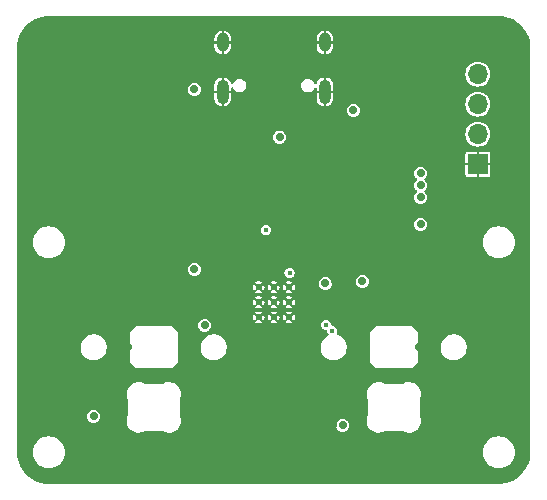
<source format=gbr>
%TF.GenerationSoftware,KiCad,Pcbnew,7.0.8*%
%TF.CreationDate,2023-10-17T23:27:51+01:00*%
%TF.ProjectId,MoonPad,4d6f6f6e-5061-4642-9e6b-696361645f70,rev?*%
%TF.SameCoordinates,Original*%
%TF.FileFunction,Copper,L2,Inr*%
%TF.FilePolarity,Positive*%
%FSLAX46Y46*%
G04 Gerber Fmt 4.6, Leading zero omitted, Abs format (unit mm)*
G04 Created by KiCad (PCBNEW 7.0.8) date 2023-10-17 23:27:51*
%MOMM*%
%LPD*%
G01*
G04 APERTURE LIST*
%TA.AperFunction,ComponentPad*%
%ADD10O,1.000000X2.100000*%
%TD*%
%TA.AperFunction,ComponentPad*%
%ADD11O,1.000000X1.600000*%
%TD*%
%TA.AperFunction,ComponentPad*%
%ADD12C,0.600000*%
%TD*%
%TA.AperFunction,ComponentPad*%
%ADD13R,1.700000X1.700000*%
%TD*%
%TA.AperFunction,ComponentPad*%
%ADD14O,1.700000X1.700000*%
%TD*%
%TA.AperFunction,ViaPad*%
%ADD15C,0.700000*%
%TD*%
%TA.AperFunction,ViaPad*%
%ADD16C,0.450000*%
%TD*%
G04 APERTURE END LIST*
D10*
%TO.N,GND*%
%TO.C,J3*%
X150370000Y-83775000D03*
D11*
X150370000Y-79595000D03*
D10*
X141730000Y-83775000D03*
D11*
X141730000Y-79595000D03*
%TD*%
D12*
%TO.N,GND*%
%TO.C,U3*%
X144775000Y-100325000D03*
X144775000Y-101600000D03*
X144775000Y-102875000D03*
X146050000Y-100325000D03*
X146050000Y-101600000D03*
X146050000Y-102875000D03*
X147325000Y-100325000D03*
X147325000Y-101600000D03*
X147325000Y-102875000D03*
%TD*%
D13*
%TO.N,GND*%
%TO.C,J1*%
X163322000Y-89906000D03*
D14*
%TO.N,+3V3*%
X163322000Y-87366000D03*
%TO.N,/OLED_SCL*%
X163322000Y-84826000D03*
%TO.N,/OLED_SDA*%
X163322000Y-82286000D03*
%TD*%
D15*
%TO.N,GND*%
X150672800Y-94640400D03*
X152654000Y-91694000D03*
X158496002Y-93979996D03*
X149606000Y-108077000D03*
X140716000Y-101600000D03*
X133731000Y-105410000D03*
X151384000Y-101628000D03*
X143383000Y-88517000D03*
X152340000Y-109740000D03*
X150361766Y-106639174D03*
X147701000Y-88517000D03*
X133618000Y-85330000D03*
X158482000Y-83580000D03*
X134021102Y-90272001D03*
X130810000Y-110363000D03*
X152654000Y-90678000D03*
X148463000Y-111633000D03*
X153670000Y-90678000D03*
X133618000Y-100570000D03*
X144653000Y-91948000D03*
X153670000Y-91694000D03*
X139446000Y-105283000D03*
X134021102Y-93827998D03*
X149656800Y-94640400D03*
X145669000Y-91948000D03*
X142621000Y-91948000D03*
X157510000Y-97947000D03*
X139319000Y-84455000D03*
X140462000Y-96870700D03*
X153543002Y-102362000D03*
X138490000Y-108894135D03*
X144542000Y-88016098D03*
X156921200Y-103174800D03*
X140490000Y-99921000D03*
X151260257Y-99821309D03*
X138463100Y-97075125D03*
X139920380Y-102731120D03*
X158810000Y-108894135D03*
X148640800Y-94640400D03*
X152781000Y-84455000D03*
X152654000Y-107061000D03*
X151040097Y-112014000D03*
X144554000Y-106426000D03*
X143637000Y-91948000D03*
X158369000Y-105410000D03*
X139319000Y-107188000D03*
D16*
%TO.N,+1V1*%
X145392072Y-95460376D03*
X147387960Y-99112040D03*
D15*
%TO.N,ADC_X*%
X150426900Y-99998100D03*
X140208000Y-103533000D03*
D16*
%TO.N,/OLED_SCL*%
X150495000Y-103505000D03*
%TO.N,/OLED_SDA*%
X151003000Y-104002018D03*
D15*
%TO.N,+5V*%
X139319000Y-83566000D03*
X158496000Y-91694000D03*
X151892000Y-112014000D03*
X146542000Y-87614000D03*
X158496000Y-94995996D03*
X153543001Y-99822001D03*
X139319000Y-98806000D03*
X158496000Y-92710000D03*
X152781000Y-85344000D03*
X130810000Y-111252000D03*
X158496001Y-90678000D03*
%TD*%
%TA.AperFunction,Conductor*%
%TO.N,GND*%
G36*
X165101385Y-77335577D02*
G01*
X165396688Y-77352161D01*
X165402175Y-77352780D01*
X165692402Y-77402091D01*
X165697785Y-77403319D01*
X165980662Y-77484815D01*
X165985897Y-77486647D01*
X166111584Y-77538708D01*
X166257853Y-77599295D01*
X166262853Y-77601702D01*
X166520492Y-77744094D01*
X166525185Y-77747043D01*
X166765259Y-77917385D01*
X166769588Y-77920837D01*
X166989088Y-78116994D01*
X166993005Y-78120911D01*
X167189160Y-78340409D01*
X167192619Y-78344747D01*
X167362954Y-78584811D01*
X167365910Y-78589515D01*
X167508294Y-78847141D01*
X167510704Y-78852146D01*
X167623350Y-79124096D01*
X167625185Y-79129340D01*
X167706676Y-79412198D01*
X167707910Y-79417610D01*
X167721060Y-79494999D01*
X167757217Y-79707808D01*
X167757838Y-79713328D01*
X167774422Y-80008608D01*
X167774500Y-80011384D01*
X167774500Y-114298615D01*
X167774422Y-114301391D01*
X167757838Y-114596671D01*
X167757217Y-114602191D01*
X167707912Y-114892384D01*
X167706676Y-114897801D01*
X167625185Y-115180659D01*
X167623350Y-115185903D01*
X167510704Y-115457853D01*
X167508294Y-115462858D01*
X167365910Y-115720484D01*
X167362954Y-115725188D01*
X167192619Y-115965252D01*
X167189156Y-115969595D01*
X166993011Y-116189082D01*
X166989082Y-116193011D01*
X166769595Y-116389156D01*
X166765252Y-116392619D01*
X166525188Y-116562954D01*
X166520484Y-116565910D01*
X166262858Y-116708294D01*
X166257853Y-116710704D01*
X165985903Y-116823350D01*
X165980659Y-116825185D01*
X165697801Y-116906676D01*
X165692385Y-116907911D01*
X165559990Y-116930406D01*
X165402191Y-116957217D01*
X165396671Y-116957838D01*
X165144812Y-116971983D01*
X165101385Y-116974422D01*
X165098616Y-116974500D01*
X127001384Y-116974500D01*
X126998614Y-116974422D01*
X126953030Y-116971862D01*
X126703328Y-116957838D01*
X126697808Y-116957217D01*
X126407610Y-116907910D01*
X126402201Y-116906676D01*
X126317271Y-116882208D01*
X126119340Y-116825185D01*
X126114096Y-116823350D01*
X125842146Y-116710704D01*
X125837141Y-116708294D01*
X125579515Y-116565910D01*
X125574811Y-116562954D01*
X125334747Y-116392619D01*
X125330409Y-116389160D01*
X125110911Y-116193005D01*
X125106994Y-116189088D01*
X124910837Y-115969588D01*
X124907385Y-115965259D01*
X124737043Y-115725185D01*
X124734094Y-115720492D01*
X124591702Y-115462853D01*
X124589295Y-115457853D01*
X124539855Y-115338495D01*
X124476647Y-115185897D01*
X124474814Y-115180659D01*
X124472147Y-115171401D01*
X124393319Y-114897785D01*
X124392091Y-114892402D01*
X124342780Y-114602175D01*
X124342161Y-114596688D01*
X124325577Y-114301386D01*
X124325539Y-114300004D01*
X125644341Y-114300004D01*
X125664935Y-114535400D01*
X125726098Y-114763667D01*
X125825959Y-114977818D01*
X125825963Y-114977826D01*
X125825964Y-114977828D01*
X125825965Y-114977829D01*
X125961505Y-115171401D01*
X126128599Y-115338495D01*
X126322171Y-115474035D01*
X126322172Y-115474035D01*
X126322173Y-115474036D01*
X126322181Y-115474040D01*
X126536333Y-115573901D01*
X126536337Y-115573903D01*
X126764592Y-115635063D01*
X126764596Y-115635063D01*
X126764599Y-115635064D01*
X126941028Y-115650500D01*
X126941034Y-115650500D01*
X127058972Y-115650500D01*
X127235400Y-115635064D01*
X127235401Y-115635063D01*
X127235408Y-115635063D01*
X127463663Y-115573903D01*
X127677829Y-115474035D01*
X127871401Y-115338495D01*
X128038495Y-115171401D01*
X128174035Y-114977830D01*
X128273903Y-114763663D01*
X128335063Y-114535408D01*
X128339861Y-114480566D01*
X128355659Y-114300004D01*
X163744341Y-114300004D01*
X163764935Y-114535400D01*
X163826098Y-114763667D01*
X163925959Y-114977818D01*
X163925963Y-114977826D01*
X163925964Y-114977828D01*
X163925965Y-114977829D01*
X164061505Y-115171401D01*
X164228599Y-115338495D01*
X164422171Y-115474035D01*
X164422172Y-115474035D01*
X164422173Y-115474036D01*
X164422181Y-115474040D01*
X164636333Y-115573901D01*
X164636337Y-115573903D01*
X164864592Y-115635063D01*
X164864596Y-115635063D01*
X164864599Y-115635064D01*
X165041028Y-115650500D01*
X165041034Y-115650500D01*
X165158972Y-115650500D01*
X165335400Y-115635064D01*
X165335401Y-115635063D01*
X165335408Y-115635063D01*
X165563663Y-115573903D01*
X165777829Y-115474035D01*
X165971401Y-115338495D01*
X166138495Y-115171401D01*
X166274035Y-114977830D01*
X166373903Y-114763663D01*
X166435063Y-114535408D01*
X166439861Y-114480566D01*
X166455659Y-114300004D01*
X166455659Y-114299995D01*
X166435064Y-114064599D01*
X166435063Y-114064596D01*
X166435063Y-114064592D01*
X166373903Y-113836337D01*
X166274035Y-113622171D01*
X166138495Y-113428599D01*
X165971401Y-113261505D01*
X165971397Y-113261502D01*
X165971396Y-113261501D01*
X165777826Y-113125963D01*
X165777818Y-113125959D01*
X165563666Y-113026098D01*
X165563667Y-113026098D01*
X165487578Y-113005710D01*
X165335408Y-112964937D01*
X165335407Y-112964936D01*
X165335400Y-112964935D01*
X165158972Y-112949500D01*
X165158966Y-112949500D01*
X165041034Y-112949500D01*
X165041028Y-112949500D01*
X164864599Y-112964935D01*
X164636332Y-113026098D01*
X164422181Y-113125959D01*
X164422173Y-113125963D01*
X164228603Y-113261501D01*
X164061501Y-113428603D01*
X163925964Y-113622171D01*
X163826097Y-113836337D01*
X163764935Y-114064599D01*
X163744341Y-114299995D01*
X163744341Y-114300004D01*
X128355659Y-114300004D01*
X128355659Y-114299995D01*
X128335064Y-114064599D01*
X128335063Y-114064596D01*
X128335063Y-114064592D01*
X128273903Y-113836337D01*
X128174035Y-113622171D01*
X128038495Y-113428599D01*
X127871401Y-113261505D01*
X127871397Y-113261502D01*
X127871396Y-113261501D01*
X127677826Y-113125963D01*
X127677818Y-113125959D01*
X127463666Y-113026098D01*
X127463667Y-113026098D01*
X127387578Y-113005710D01*
X127235408Y-112964937D01*
X127235407Y-112964936D01*
X127235400Y-112964935D01*
X127058972Y-112949500D01*
X127058966Y-112949500D01*
X126941034Y-112949500D01*
X126941028Y-112949500D01*
X126764599Y-112964935D01*
X126536332Y-113026098D01*
X126322181Y-113125959D01*
X126322173Y-113125963D01*
X126128603Y-113261501D01*
X125961501Y-113428603D01*
X125825964Y-113622171D01*
X125726097Y-113836337D01*
X125664935Y-114064599D01*
X125644341Y-114299995D01*
X125644341Y-114300004D01*
X124325539Y-114300004D01*
X124325500Y-114298615D01*
X124325500Y-111252000D01*
X130254750Y-111252000D01*
X130273669Y-111395708D01*
X130273670Y-111395709D01*
X130312518Y-111489499D01*
X130329139Y-111529625D01*
X130417379Y-111644621D01*
X130532375Y-111732861D01*
X130666291Y-111788330D01*
X130810000Y-111807250D01*
X130953709Y-111788330D01*
X131087625Y-111732861D01*
X131202621Y-111644621D01*
X131211534Y-111633005D01*
X133586463Y-111633005D01*
X133604219Y-111814744D01*
X133604221Y-111814753D01*
X133654577Y-111990257D01*
X133654580Y-111990264D01*
X133735882Y-112153769D01*
X133845438Y-112299855D01*
X133845441Y-112299857D01*
X133845443Y-112299860D01*
X133979625Y-112423692D01*
X133979627Y-112423693D01*
X133979630Y-112423696D01*
X134134023Y-112521198D01*
X134303515Y-112589142D01*
X134303518Y-112589142D01*
X134303519Y-112589143D01*
X134338284Y-112596162D01*
X134482506Y-112625281D01*
X134644795Y-112628073D01*
X134665081Y-112628422D01*
X134665081Y-112628421D01*
X134665082Y-112628422D01*
X134845210Y-112598460D01*
X135016938Y-112536386D01*
X135035551Y-112525538D01*
X135036616Y-112525008D01*
X135038867Y-112523692D01*
X135038870Y-112523692D01*
X135072536Y-112504022D01*
X135122486Y-112490502D01*
X135161392Y-112490506D01*
X135161393Y-112490505D01*
X135164567Y-112490506D01*
X135164682Y-112490499D01*
X136615276Y-112490499D01*
X136615374Y-112490505D01*
X136618606Y-112490504D01*
X136618608Y-112490505D01*
X136657510Y-112490501D01*
X136707459Y-112504019D01*
X136736863Y-112521198D01*
X136743145Y-112524868D01*
X136744740Y-112525663D01*
X136757725Y-112533229D01*
X136763078Y-112536349D01*
X136801757Y-112550330D01*
X136934788Y-112598416D01*
X136934791Y-112598416D01*
X136934800Y-112598420D01*
X137114921Y-112628381D01*
X137297489Y-112625240D01*
X137476473Y-112589103D01*
X137645958Y-112521162D01*
X137800345Y-112423664D01*
X137859983Y-112368625D01*
X137934526Y-112299833D01*
X137934529Y-112299830D01*
X137934529Y-112299829D01*
X137934531Y-112299828D01*
X138044083Y-112153748D01*
X138113572Y-112014000D01*
X151336750Y-112014000D01*
X151355669Y-112157708D01*
X151355670Y-112157709D01*
X151411139Y-112291625D01*
X151499379Y-112406621D01*
X151614375Y-112494861D01*
X151748291Y-112550330D01*
X151892000Y-112569250D01*
X152035709Y-112550330D01*
X152169625Y-112494861D01*
X152284621Y-112406621D01*
X152372861Y-112291625D01*
X152428330Y-112157709D01*
X152447250Y-112014000D01*
X152428330Y-111870291D01*
X152372861Y-111736375D01*
X152293542Y-111633005D01*
X153906463Y-111633005D01*
X153924219Y-111814744D01*
X153924221Y-111814753D01*
X153974577Y-111990257D01*
X153974580Y-111990264D01*
X154055882Y-112153769D01*
X154165438Y-112299855D01*
X154165441Y-112299857D01*
X154165443Y-112299860D01*
X154299625Y-112423692D01*
X154299627Y-112423693D01*
X154299630Y-112423696D01*
X154454023Y-112521198D01*
X154623515Y-112589142D01*
X154623518Y-112589142D01*
X154623519Y-112589143D01*
X154658284Y-112596162D01*
X154802506Y-112625281D01*
X154964795Y-112628073D01*
X154985081Y-112628422D01*
X154985081Y-112628421D01*
X154985082Y-112628422D01*
X155165210Y-112598460D01*
X155336938Y-112536386D01*
X155355551Y-112525538D01*
X155356616Y-112525008D01*
X155358867Y-112523692D01*
X155358870Y-112523692D01*
X155392536Y-112504022D01*
X155442486Y-112490502D01*
X155481392Y-112490506D01*
X155481393Y-112490505D01*
X155484567Y-112490506D01*
X155484682Y-112490499D01*
X156935276Y-112490499D01*
X156935374Y-112490505D01*
X156938606Y-112490504D01*
X156938608Y-112490505D01*
X156977510Y-112490501D01*
X157027459Y-112504019D01*
X157056863Y-112521198D01*
X157063145Y-112524868D01*
X157064740Y-112525663D01*
X157077725Y-112533229D01*
X157083078Y-112536349D01*
X157121757Y-112550330D01*
X157254788Y-112598416D01*
X157254791Y-112598416D01*
X157254800Y-112598420D01*
X157434921Y-112628381D01*
X157617489Y-112625240D01*
X157796473Y-112589103D01*
X157965958Y-112521162D01*
X158120345Y-112423664D01*
X158179983Y-112368625D01*
X158254526Y-112299833D01*
X158254529Y-112299830D01*
X158254529Y-112299829D01*
X158254531Y-112299828D01*
X158364083Y-112153748D01*
X158445382Y-111990250D01*
X158495741Y-111814736D01*
X158513496Y-111633006D01*
X158498060Y-111451064D01*
X158449944Y-111274922D01*
X158440618Y-111255489D01*
X158440071Y-111254131D01*
X158427795Y-111228641D01*
X158420305Y-111213089D01*
X158410501Y-111170123D01*
X158410507Y-111127008D01*
X158410506Y-111127006D01*
X158410507Y-111123831D01*
X158410499Y-111123700D01*
X158410499Y-109809890D01*
X158420245Y-109767057D01*
X158424106Y-109759011D01*
X158428331Y-109750234D01*
X158439019Y-109728040D01*
X158439019Y-109728035D01*
X158440231Y-109725520D01*
X158440508Y-109724832D01*
X158440657Y-109724522D01*
X158449981Y-109705094D01*
X158498100Y-109528945D01*
X158513537Y-109346996D01*
X158495781Y-109165258D01*
X158445421Y-108989737D01*
X158364119Y-108826232D01*
X158254562Y-108680145D01*
X158254558Y-108680141D01*
X158254556Y-108680139D01*
X158120372Y-108556306D01*
X158120370Y-108556304D01*
X157965984Y-108458805D01*
X157965980Y-108458803D01*
X157965978Y-108458802D01*
X157796486Y-108390858D01*
X157796485Y-108390857D01*
X157796481Y-108390856D01*
X157617495Y-108354719D01*
X157617486Y-108354718D01*
X157434919Y-108351577D01*
X157254795Y-108381539D01*
X157254792Y-108381539D01*
X157254790Y-108381540D01*
X157254788Y-108381540D01*
X157254778Y-108381543D01*
X157083062Y-108443613D01*
X157064458Y-108454453D01*
X157063384Y-108454990D01*
X157027462Y-108475977D01*
X156977513Y-108489496D01*
X156935434Y-108489492D01*
X156935318Y-108489500D01*
X155442493Y-108489500D01*
X155392538Y-108475972D01*
X155357058Y-108455235D01*
X155355264Y-108454340D01*
X155336923Y-108443652D01*
X155336917Y-108443649D01*
X155165212Y-108381583D01*
X155165197Y-108381579D01*
X154985076Y-108351618D01*
X154802520Y-108354759D01*
X154802511Y-108354760D01*
X154623531Y-108390896D01*
X154623529Y-108390896D01*
X154623528Y-108390897D01*
X154454122Y-108458805D01*
X154454035Y-108458840D01*
X154299658Y-108556333D01*
X154165468Y-108680171D01*
X154165466Y-108680174D01*
X154055920Y-108826247D01*
X154055918Y-108826249D01*
X154055917Y-108826252D01*
X154014605Y-108909333D01*
X153974618Y-108989749D01*
X153974615Y-108989756D01*
X153924261Y-109165253D01*
X153924259Y-109165262D01*
X153906504Y-109346995D01*
X153921939Y-109528935D01*
X153970056Y-109705079D01*
X153979387Y-109724522D01*
X153979896Y-109725787D01*
X153980981Y-109728040D01*
X153999699Y-109766915D01*
X154009501Y-109809863D01*
X154009501Y-111170109D01*
X153999756Y-111212939D01*
X153996030Y-111220704D01*
X153992209Y-111228641D01*
X153979762Y-111254490D01*
X153979483Y-111255181D01*
X153970020Y-111274902D01*
X153970018Y-111274908D01*
X153921901Y-111451050D01*
X153921900Y-111451053D01*
X153921900Y-111451056D01*
X153915234Y-111529625D01*
X153906463Y-111633005D01*
X152293542Y-111633005D01*
X152284621Y-111621379D01*
X152169625Y-111533139D01*
X152169621Y-111533137D01*
X152035709Y-111477670D01*
X152035708Y-111477669D01*
X151892000Y-111458750D01*
X151748291Y-111477669D01*
X151748290Y-111477670D01*
X151614378Y-111533137D01*
X151614374Y-111533139D01*
X151499381Y-111621377D01*
X151499377Y-111621381D01*
X151411139Y-111736374D01*
X151411137Y-111736378D01*
X151355670Y-111870290D01*
X151355669Y-111870291D01*
X151336750Y-112013999D01*
X151336750Y-112014000D01*
X138113572Y-112014000D01*
X138125382Y-111990250D01*
X138175741Y-111814736D01*
X138193496Y-111633006D01*
X138178060Y-111451064D01*
X138129944Y-111274922D01*
X138120618Y-111255489D01*
X138120071Y-111254131D01*
X138107795Y-111228641D01*
X138100305Y-111213089D01*
X138090501Y-111170123D01*
X138090507Y-111127008D01*
X138090506Y-111127006D01*
X138090507Y-111123831D01*
X138090499Y-111123700D01*
X138090499Y-109809890D01*
X138100245Y-109767057D01*
X138104106Y-109759011D01*
X138108331Y-109750234D01*
X138119019Y-109728040D01*
X138119019Y-109728035D01*
X138120231Y-109725520D01*
X138120508Y-109724832D01*
X138120657Y-109724522D01*
X138129981Y-109705094D01*
X138178100Y-109528945D01*
X138193537Y-109346996D01*
X138175781Y-109165258D01*
X138125421Y-108989737D01*
X138044119Y-108826232D01*
X137934562Y-108680145D01*
X137934558Y-108680141D01*
X137934556Y-108680139D01*
X137800372Y-108556306D01*
X137800370Y-108556304D01*
X137645984Y-108458805D01*
X137645980Y-108458803D01*
X137645978Y-108458802D01*
X137476486Y-108390858D01*
X137476485Y-108390857D01*
X137476481Y-108390856D01*
X137297495Y-108354719D01*
X137297486Y-108354718D01*
X137114919Y-108351577D01*
X136934795Y-108381539D01*
X136934792Y-108381539D01*
X136934790Y-108381540D01*
X136934788Y-108381540D01*
X136934778Y-108381543D01*
X136763062Y-108443613D01*
X136744458Y-108454453D01*
X136743384Y-108454990D01*
X136707462Y-108475977D01*
X136657513Y-108489496D01*
X136615434Y-108489492D01*
X136615318Y-108489500D01*
X135122493Y-108489500D01*
X135072538Y-108475972D01*
X135037058Y-108455235D01*
X135035264Y-108454340D01*
X135016923Y-108443652D01*
X135016917Y-108443649D01*
X134845212Y-108381583D01*
X134845197Y-108381579D01*
X134665076Y-108351618D01*
X134482520Y-108354759D01*
X134482511Y-108354760D01*
X134303531Y-108390896D01*
X134303529Y-108390896D01*
X134303528Y-108390897D01*
X134134122Y-108458805D01*
X134134035Y-108458840D01*
X133979658Y-108556333D01*
X133845468Y-108680171D01*
X133845466Y-108680174D01*
X133735920Y-108826247D01*
X133735918Y-108826249D01*
X133735917Y-108826252D01*
X133694605Y-108909333D01*
X133654618Y-108989749D01*
X133654615Y-108989756D01*
X133604261Y-109165253D01*
X133604259Y-109165262D01*
X133586504Y-109346995D01*
X133601939Y-109528935D01*
X133650056Y-109705079D01*
X133659387Y-109724522D01*
X133659896Y-109725787D01*
X133660981Y-109728040D01*
X133679699Y-109766915D01*
X133689501Y-109809863D01*
X133689501Y-111170109D01*
X133679756Y-111212939D01*
X133676030Y-111220704D01*
X133672209Y-111228641D01*
X133659762Y-111254490D01*
X133659483Y-111255181D01*
X133650020Y-111274902D01*
X133650018Y-111274908D01*
X133601901Y-111451050D01*
X133601900Y-111451053D01*
X133601900Y-111451056D01*
X133595234Y-111529625D01*
X133586463Y-111633005D01*
X131211534Y-111633005D01*
X131290861Y-111529625D01*
X131346330Y-111395709D01*
X131365250Y-111252000D01*
X131360127Y-111213091D01*
X131346330Y-111108291D01*
X131290861Y-110974375D01*
X131202621Y-110859379D01*
X131087625Y-110771139D01*
X131087621Y-110771137D01*
X130953709Y-110715670D01*
X130953708Y-110715669D01*
X130810000Y-110696750D01*
X130666291Y-110715669D01*
X130666290Y-110715670D01*
X130532378Y-110771137D01*
X130532374Y-110771139D01*
X130417381Y-110859377D01*
X130417377Y-110859381D01*
X130329139Y-110974374D01*
X130329137Y-110974378D01*
X130273670Y-111108290D01*
X130273669Y-111108291D01*
X130254750Y-111251999D01*
X130254750Y-111252000D01*
X124325500Y-111252000D01*
X124325500Y-106680000D01*
X133858000Y-106680000D01*
X134366000Y-107188000D01*
X134366001Y-107188000D01*
X137413999Y-107188000D01*
X137414000Y-107188000D01*
X137922000Y-106680000D01*
X154178000Y-106680000D01*
X154686000Y-107188000D01*
X154686001Y-107188000D01*
X157733999Y-107188000D01*
X157734000Y-107188000D01*
X158242000Y-106680000D01*
X158242000Y-105357400D01*
X160185746Y-105357400D01*
X160195746Y-105567330D01*
X160195747Y-105567337D01*
X160245295Y-105771573D01*
X160245300Y-105771586D01*
X160332602Y-105962751D01*
X160332604Y-105962754D01*
X160454511Y-106133949D01*
X160454513Y-106133951D01*
X160454514Y-106133952D01*
X160606622Y-106278986D01*
X160783428Y-106392613D01*
X160978543Y-106470725D01*
X161184915Y-106510500D01*
X161184918Y-106510500D01*
X161342425Y-106510500D01*
X161499218Y-106495528D01*
X161700875Y-106436316D01*
X161887682Y-106340011D01*
X162052886Y-106210092D01*
X162190519Y-106051256D01*
X162295604Y-105869244D01*
X162364344Y-105670633D01*
X162394254Y-105462602D01*
X162384254Y-105252670D01*
X162334704Y-105048424D01*
X162290102Y-104950760D01*
X162247397Y-104857248D01*
X162247395Y-104857245D01*
X162125488Y-104686050D01*
X162045631Y-104609907D01*
X161973378Y-104541014D01*
X161796572Y-104427387D01*
X161796569Y-104427386D01*
X161796568Y-104427385D01*
X161687409Y-104383685D01*
X161601457Y-104349275D01*
X161395085Y-104309500D01*
X161237575Y-104309500D01*
X161080781Y-104324472D01*
X160879120Y-104383685D01*
X160692320Y-104479987D01*
X160692317Y-104479989D01*
X160527113Y-104609907D01*
X160389480Y-104768744D01*
X160284397Y-104950753D01*
X160284394Y-104950760D01*
X160215657Y-105149362D01*
X160215655Y-105149368D01*
X160185746Y-105357393D01*
X160185746Y-105357400D01*
X158242000Y-105357400D01*
X158242000Y-104140000D01*
X157734000Y-103632000D01*
X154686000Y-103632000D01*
X154178000Y-104140000D01*
X154178000Y-106680000D01*
X137922000Y-106680000D01*
X137922000Y-105357400D01*
X139865746Y-105357400D01*
X139875746Y-105567330D01*
X139875747Y-105567337D01*
X139925295Y-105771573D01*
X139925300Y-105771586D01*
X140012602Y-105962751D01*
X140012604Y-105962754D01*
X140134511Y-106133949D01*
X140134513Y-106133951D01*
X140134514Y-106133952D01*
X140286622Y-106278986D01*
X140463428Y-106392613D01*
X140658543Y-106470725D01*
X140864915Y-106510500D01*
X140864918Y-106510500D01*
X141022425Y-106510500D01*
X141179218Y-106495528D01*
X141380875Y-106436316D01*
X141567682Y-106340011D01*
X141732886Y-106210092D01*
X141870519Y-106051256D01*
X141975604Y-105869244D01*
X142044344Y-105670633D01*
X142074254Y-105462602D01*
X142069243Y-105357400D01*
X150025746Y-105357400D01*
X150035746Y-105567330D01*
X150035747Y-105567337D01*
X150085295Y-105771573D01*
X150085300Y-105771586D01*
X150172602Y-105962751D01*
X150172604Y-105962754D01*
X150294511Y-106133949D01*
X150294513Y-106133951D01*
X150294514Y-106133952D01*
X150446622Y-106278986D01*
X150623428Y-106392613D01*
X150818543Y-106470725D01*
X151024915Y-106510500D01*
X151024918Y-106510500D01*
X151182425Y-106510500D01*
X151339218Y-106495528D01*
X151540875Y-106436316D01*
X151727682Y-106340011D01*
X151892886Y-106210092D01*
X152030519Y-106051256D01*
X152135604Y-105869244D01*
X152204344Y-105670633D01*
X152234254Y-105462602D01*
X152224254Y-105252670D01*
X152174704Y-105048424D01*
X152130102Y-104950760D01*
X152087397Y-104857248D01*
X152087395Y-104857245D01*
X151965488Y-104686050D01*
X151885631Y-104609907D01*
X151813378Y-104541014D01*
X151636572Y-104427387D01*
X151636569Y-104427386D01*
X151636568Y-104427385D01*
X151482879Y-104365858D01*
X151441457Y-104349275D01*
X151441456Y-104349274D01*
X151441454Y-104349274D01*
X151436933Y-104347947D01*
X151437562Y-104345804D01*
X151391569Y-104320382D01*
X151365645Y-104264960D01*
X151375683Y-104207832D01*
X151410244Y-104140001D01*
X151412719Y-104135144D01*
X151433804Y-104002018D01*
X151412719Y-103868892D01*
X151351528Y-103748798D01*
X151256220Y-103653490D01*
X151256217Y-103653488D01*
X151136129Y-103592300D01*
X151136127Y-103592299D01*
X151005616Y-103571628D01*
X150951099Y-103543850D01*
X150923323Y-103489336D01*
X150904719Y-103371874D01*
X150843528Y-103251780D01*
X150748220Y-103156472D01*
X150748217Y-103156470D01*
X150628129Y-103095282D01*
X150628127Y-103095281D01*
X150495000Y-103074196D01*
X150361872Y-103095281D01*
X150361870Y-103095282D01*
X150241782Y-103156470D01*
X150146470Y-103251782D01*
X150085282Y-103371870D01*
X150085281Y-103371872D01*
X150064196Y-103504999D01*
X150064196Y-103505000D01*
X150085281Y-103638127D01*
X150085282Y-103638129D01*
X150104940Y-103676709D01*
X150146472Y-103758220D01*
X150241780Y-103853528D01*
X150361874Y-103914719D01*
X150492383Y-103935389D01*
X150546898Y-103963166D01*
X150574676Y-104017682D01*
X150593281Y-104135145D01*
X150593282Y-104135147D01*
X150630317Y-104207832D01*
X150654472Y-104255238D01*
X150665347Y-104266113D01*
X150693123Y-104320628D01*
X150683552Y-104381060D01*
X150640707Y-104424109D01*
X150532325Y-104479984D01*
X150532317Y-104479989D01*
X150367113Y-104609907D01*
X150229480Y-104768744D01*
X150124397Y-104950753D01*
X150124394Y-104950760D01*
X150055657Y-105149362D01*
X150055655Y-105149368D01*
X150025746Y-105357393D01*
X150025746Y-105357400D01*
X142069243Y-105357400D01*
X142064254Y-105252670D01*
X142014704Y-105048424D01*
X141970102Y-104950760D01*
X141927397Y-104857248D01*
X141927395Y-104857245D01*
X141805488Y-104686050D01*
X141725631Y-104609907D01*
X141653378Y-104541014D01*
X141476572Y-104427387D01*
X141476569Y-104427386D01*
X141476568Y-104427385D01*
X141367409Y-104383685D01*
X141281457Y-104349275D01*
X141075085Y-104309500D01*
X140917575Y-104309500D01*
X140760781Y-104324472D01*
X140559120Y-104383685D01*
X140372320Y-104479987D01*
X140372317Y-104479989D01*
X140207113Y-104609907D01*
X140069480Y-104768744D01*
X139964397Y-104950753D01*
X139964394Y-104950760D01*
X139895657Y-105149362D01*
X139895655Y-105149368D01*
X139865746Y-105357393D01*
X139865746Y-105357400D01*
X137922000Y-105357400D01*
X137922000Y-104140000D01*
X137414000Y-103632000D01*
X134366000Y-103632000D01*
X133858000Y-104140000D01*
X133858000Y-106680000D01*
X124325500Y-106680000D01*
X124325500Y-105357400D01*
X129705746Y-105357400D01*
X129715746Y-105567330D01*
X129715747Y-105567337D01*
X129765295Y-105771573D01*
X129765300Y-105771586D01*
X129852602Y-105962751D01*
X129852604Y-105962754D01*
X129974511Y-106133949D01*
X129974513Y-106133951D01*
X129974514Y-106133952D01*
X130126622Y-106278986D01*
X130303428Y-106392613D01*
X130498543Y-106470725D01*
X130704915Y-106510500D01*
X130704918Y-106510500D01*
X130862425Y-106510500D01*
X131019218Y-106495528D01*
X131220875Y-106436316D01*
X131407682Y-106340011D01*
X131572886Y-106210092D01*
X131710519Y-106051256D01*
X131815604Y-105869244D01*
X131884344Y-105670633D01*
X131914254Y-105462602D01*
X131904254Y-105252670D01*
X131854704Y-105048424D01*
X131810102Y-104950760D01*
X131767397Y-104857248D01*
X131767395Y-104857245D01*
X131645488Y-104686050D01*
X131565631Y-104609907D01*
X131493378Y-104541014D01*
X131316572Y-104427387D01*
X131316569Y-104427386D01*
X131316568Y-104427385D01*
X131207409Y-104383685D01*
X131121457Y-104349275D01*
X130915085Y-104309500D01*
X130757575Y-104309500D01*
X130600781Y-104324472D01*
X130399120Y-104383685D01*
X130212320Y-104479987D01*
X130212317Y-104479989D01*
X130047113Y-104609907D01*
X129909480Y-104768744D01*
X129804397Y-104950753D01*
X129804394Y-104950760D01*
X129735657Y-105149362D01*
X129735655Y-105149368D01*
X129705746Y-105357393D01*
X129705746Y-105357400D01*
X124325500Y-105357400D01*
X124325500Y-103533000D01*
X139652750Y-103533000D01*
X139671669Y-103676708D01*
X139671670Y-103676709D01*
X139701530Y-103748800D01*
X139727139Y-103810625D01*
X139815379Y-103925621D01*
X139930375Y-104013861D01*
X140064291Y-104069330D01*
X140208000Y-104088250D01*
X140351709Y-104069330D01*
X140485625Y-104013861D01*
X140600621Y-103925621D01*
X140688861Y-103810625D01*
X140744330Y-103676709D01*
X140763250Y-103533000D01*
X140744330Y-103389291D01*
X140688861Y-103255375D01*
X140600621Y-103140379D01*
X140485625Y-103052139D01*
X140485621Y-103052137D01*
X140351709Y-102996670D01*
X140351708Y-102996669D01*
X140208000Y-102977750D01*
X140064291Y-102996669D01*
X140064290Y-102996670D01*
X139930378Y-103052137D01*
X139930374Y-103052139D01*
X139815381Y-103140377D01*
X139815377Y-103140381D01*
X139727139Y-103255374D01*
X139727137Y-103255378D01*
X139671670Y-103389290D01*
X139671669Y-103389291D01*
X139652750Y-103532999D01*
X139652750Y-103533000D01*
X124325500Y-103533000D01*
X124325500Y-102875002D01*
X144269858Y-102875002D01*
X144290319Y-103017314D01*
X144350048Y-103148100D01*
X144354889Y-103153688D01*
X144354890Y-103153688D01*
X144602489Y-102906088D01*
X144606475Y-102938913D01*
X144655481Y-103009909D01*
X144731866Y-103050000D01*
X144741421Y-103050000D01*
X144499269Y-103292149D01*
X144565155Y-103334492D01*
X144703109Y-103374999D01*
X144703112Y-103375000D01*
X144846888Y-103375000D01*
X144846890Y-103374999D01*
X144984844Y-103334492D01*
X144984846Y-103334491D01*
X145050728Y-103292149D01*
X145050729Y-103292149D01*
X144806140Y-103047561D01*
X144858760Y-103034592D01*
X144923332Y-102977386D01*
X144949585Y-102908163D01*
X145195109Y-103153687D01*
X145199950Y-103148102D01*
X145199951Y-103148100D01*
X145259680Y-103017314D01*
X145280142Y-102875002D01*
X145544858Y-102875002D01*
X145565319Y-103017314D01*
X145625048Y-103148100D01*
X145629889Y-103153688D01*
X145629890Y-103153688D01*
X145877489Y-102906088D01*
X145881475Y-102938913D01*
X145930481Y-103009909D01*
X146006866Y-103050000D01*
X146016421Y-103050000D01*
X145774269Y-103292149D01*
X145840155Y-103334492D01*
X145978109Y-103374999D01*
X145978112Y-103375000D01*
X146121888Y-103375000D01*
X146121890Y-103374999D01*
X146259844Y-103334492D01*
X146259846Y-103334491D01*
X146325728Y-103292149D01*
X146325729Y-103292149D01*
X146081140Y-103047561D01*
X146133760Y-103034592D01*
X146198332Y-102977386D01*
X146224585Y-102908163D01*
X146470109Y-103153687D01*
X146474950Y-103148102D01*
X146474951Y-103148100D01*
X146534680Y-103017314D01*
X146555142Y-102875002D01*
X146819858Y-102875002D01*
X146840319Y-103017314D01*
X146900048Y-103148100D01*
X146904889Y-103153688D01*
X146904890Y-103153688D01*
X147152489Y-102906088D01*
X147156475Y-102938913D01*
X147205481Y-103009909D01*
X147281866Y-103050000D01*
X147291421Y-103050000D01*
X147049269Y-103292149D01*
X147115155Y-103334492D01*
X147253109Y-103374999D01*
X147253112Y-103375000D01*
X147396888Y-103375000D01*
X147396890Y-103374999D01*
X147534844Y-103334492D01*
X147534846Y-103334491D01*
X147600728Y-103292149D01*
X147600729Y-103292149D01*
X147356140Y-103047561D01*
X147408760Y-103034592D01*
X147473332Y-102977386D01*
X147499585Y-102908163D01*
X147745109Y-103153687D01*
X147749950Y-103148102D01*
X147749951Y-103148100D01*
X147809680Y-103017314D01*
X147830142Y-102875002D01*
X147830142Y-102874997D01*
X147809680Y-102732685D01*
X147749951Y-102601899D01*
X147745109Y-102596311D01*
X147497510Y-102843909D01*
X147493525Y-102811087D01*
X147444519Y-102740091D01*
X147368134Y-102700000D01*
X147358578Y-102700000D01*
X147600729Y-102457849D01*
X147534844Y-102415507D01*
X147396890Y-102375000D01*
X147253109Y-102375000D01*
X147115156Y-102415507D01*
X147115151Y-102415509D01*
X147049270Y-102457848D01*
X147293860Y-102702438D01*
X147241240Y-102715408D01*
X147176668Y-102772614D01*
X147150414Y-102841836D01*
X146904889Y-102596311D01*
X146900048Y-102601899D01*
X146900046Y-102601902D01*
X146840319Y-102732685D01*
X146819858Y-102874997D01*
X146819858Y-102875002D01*
X146555142Y-102875002D01*
X146555142Y-102874997D01*
X146534680Y-102732685D01*
X146474951Y-102601899D01*
X146470109Y-102596311D01*
X146222510Y-102843909D01*
X146218525Y-102811087D01*
X146169519Y-102740091D01*
X146093134Y-102700000D01*
X146083578Y-102700000D01*
X146325729Y-102457849D01*
X146259844Y-102415507D01*
X146121890Y-102375000D01*
X145978109Y-102375000D01*
X145840156Y-102415507D01*
X145840151Y-102415509D01*
X145774270Y-102457848D01*
X146018860Y-102702438D01*
X145966240Y-102715408D01*
X145901668Y-102772614D01*
X145875414Y-102841836D01*
X145629889Y-102596311D01*
X145625048Y-102601899D01*
X145625046Y-102601902D01*
X145565319Y-102732685D01*
X145544858Y-102874997D01*
X145544858Y-102875002D01*
X145280142Y-102875002D01*
X145280142Y-102874997D01*
X145259680Y-102732685D01*
X145199951Y-102601899D01*
X145195109Y-102596311D01*
X144947510Y-102843909D01*
X144943525Y-102811087D01*
X144894519Y-102740091D01*
X144818134Y-102700000D01*
X144808578Y-102700000D01*
X145050729Y-102457849D01*
X144984844Y-102415507D01*
X144846890Y-102375000D01*
X144703109Y-102375000D01*
X144565156Y-102415507D01*
X144565151Y-102415509D01*
X144499270Y-102457848D01*
X144743860Y-102702438D01*
X144691240Y-102715408D01*
X144626668Y-102772614D01*
X144600414Y-102841836D01*
X144354889Y-102596311D01*
X144350048Y-102601899D01*
X144350046Y-102601902D01*
X144290319Y-102732685D01*
X144269858Y-102874997D01*
X144269858Y-102875002D01*
X124325500Y-102875002D01*
X124325500Y-101600002D01*
X144269858Y-101600002D01*
X144290319Y-101742314D01*
X144350048Y-101873100D01*
X144354889Y-101878688D01*
X144602489Y-101631088D01*
X144606475Y-101663913D01*
X144655481Y-101734909D01*
X144731866Y-101775000D01*
X144741421Y-101775000D01*
X144499269Y-102017149D01*
X144565155Y-102059492D01*
X144703109Y-102099999D01*
X144703112Y-102100000D01*
X144846888Y-102100000D01*
X144846890Y-102099999D01*
X144984844Y-102059492D01*
X144984846Y-102059491D01*
X145050728Y-102017149D01*
X145050729Y-102017149D01*
X144806140Y-101772561D01*
X144858760Y-101759592D01*
X144923332Y-101702386D01*
X144949585Y-101633163D01*
X145195109Y-101878687D01*
X145199950Y-101873102D01*
X145199951Y-101873100D01*
X145259680Y-101742314D01*
X145280142Y-101600002D01*
X145544858Y-101600002D01*
X145565319Y-101742314D01*
X145625048Y-101873100D01*
X145629889Y-101878688D01*
X145629890Y-101878688D01*
X145877489Y-101631088D01*
X145881475Y-101663913D01*
X145930481Y-101734909D01*
X146006866Y-101775000D01*
X146016421Y-101775000D01*
X145774269Y-102017149D01*
X145840155Y-102059492D01*
X145978109Y-102099999D01*
X145978112Y-102100000D01*
X146121888Y-102100000D01*
X146121890Y-102099999D01*
X146259844Y-102059492D01*
X146259846Y-102059491D01*
X146325728Y-102017149D01*
X146325729Y-102017149D01*
X146081140Y-101772561D01*
X146133760Y-101759592D01*
X146198332Y-101702386D01*
X146224585Y-101633163D01*
X146470109Y-101878687D01*
X146474950Y-101873102D01*
X146474951Y-101873100D01*
X146534680Y-101742314D01*
X146555142Y-101600002D01*
X146819858Y-101600002D01*
X146840319Y-101742314D01*
X146900048Y-101873100D01*
X146904889Y-101878688D01*
X146904890Y-101878688D01*
X147152489Y-101631088D01*
X147156475Y-101663913D01*
X147205481Y-101734909D01*
X147281866Y-101775000D01*
X147291421Y-101775000D01*
X147049269Y-102017149D01*
X147115155Y-102059492D01*
X147253109Y-102099999D01*
X147253112Y-102100000D01*
X147396888Y-102100000D01*
X147396890Y-102099999D01*
X147534844Y-102059492D01*
X147534846Y-102059491D01*
X147600728Y-102017149D01*
X147600729Y-102017149D01*
X147356140Y-101772561D01*
X147408760Y-101759592D01*
X147473332Y-101702386D01*
X147499585Y-101633163D01*
X147745109Y-101878687D01*
X147749950Y-101873102D01*
X147749951Y-101873100D01*
X147809680Y-101742314D01*
X147830142Y-101600002D01*
X147830142Y-101599997D01*
X147809680Y-101457685D01*
X147749951Y-101326899D01*
X147745109Y-101321311D01*
X147497510Y-101568909D01*
X147493525Y-101536087D01*
X147444519Y-101465091D01*
X147368134Y-101425000D01*
X147358578Y-101425000D01*
X147600729Y-101182849D01*
X147534844Y-101140507D01*
X147396890Y-101100000D01*
X147253109Y-101100000D01*
X147115156Y-101140507D01*
X147115151Y-101140509D01*
X147049270Y-101182848D01*
X147293860Y-101427438D01*
X147241240Y-101440408D01*
X147176668Y-101497614D01*
X147150414Y-101566836D01*
X146904889Y-101321311D01*
X146900048Y-101326899D01*
X146900046Y-101326902D01*
X146840319Y-101457685D01*
X146819858Y-101599997D01*
X146819858Y-101600002D01*
X146555142Y-101600002D01*
X146555142Y-101599997D01*
X146534680Y-101457685D01*
X146474951Y-101326899D01*
X146470109Y-101321311D01*
X146222510Y-101568909D01*
X146218525Y-101536087D01*
X146169519Y-101465091D01*
X146093134Y-101425000D01*
X146083578Y-101425000D01*
X146325729Y-101182849D01*
X146259844Y-101140507D01*
X146121890Y-101100000D01*
X145978109Y-101100000D01*
X145840156Y-101140507D01*
X145840151Y-101140509D01*
X145774270Y-101182848D01*
X146018860Y-101427438D01*
X145966240Y-101440408D01*
X145901668Y-101497614D01*
X145875414Y-101566836D01*
X145629889Y-101321311D01*
X145625048Y-101326899D01*
X145625046Y-101326902D01*
X145565319Y-101457685D01*
X145544858Y-101599997D01*
X145544858Y-101600002D01*
X145280142Y-101600002D01*
X145280142Y-101599997D01*
X145259680Y-101457685D01*
X145199951Y-101326899D01*
X145195109Y-101321311D01*
X144947510Y-101568909D01*
X144943525Y-101536087D01*
X144894519Y-101465091D01*
X144818134Y-101425000D01*
X144808578Y-101425000D01*
X145050729Y-101182849D01*
X144984844Y-101140507D01*
X144846890Y-101100000D01*
X144703109Y-101100000D01*
X144565156Y-101140507D01*
X144565151Y-101140509D01*
X144499270Y-101182848D01*
X144743860Y-101427438D01*
X144691240Y-101440408D01*
X144626668Y-101497614D01*
X144600414Y-101566836D01*
X144354889Y-101321311D01*
X144350048Y-101326899D01*
X144350046Y-101326902D01*
X144290319Y-101457685D01*
X144269858Y-101599997D01*
X144269858Y-101600002D01*
X124325500Y-101600002D01*
X124325500Y-100325002D01*
X144269858Y-100325002D01*
X144290319Y-100467314D01*
X144350048Y-100598100D01*
X144354889Y-100603688D01*
X144602489Y-100356088D01*
X144606475Y-100388913D01*
X144655481Y-100459909D01*
X144731866Y-100500000D01*
X144741421Y-100500000D01*
X144499269Y-100742149D01*
X144565155Y-100784492D01*
X144703109Y-100824999D01*
X144703112Y-100825000D01*
X144846888Y-100825000D01*
X144846890Y-100824999D01*
X144984844Y-100784492D01*
X144984846Y-100784491D01*
X145050728Y-100742149D01*
X145050729Y-100742149D01*
X144806140Y-100497561D01*
X144858760Y-100484592D01*
X144923332Y-100427386D01*
X144949585Y-100358163D01*
X145195109Y-100603687D01*
X145199950Y-100598102D01*
X145199951Y-100598100D01*
X145259680Y-100467314D01*
X145280142Y-100325002D01*
X145544858Y-100325002D01*
X145565319Y-100467314D01*
X145625048Y-100598100D01*
X145629889Y-100603688D01*
X145629890Y-100603688D01*
X145877489Y-100356088D01*
X145881475Y-100388913D01*
X145930481Y-100459909D01*
X146006866Y-100500000D01*
X146016421Y-100500000D01*
X145774269Y-100742149D01*
X145840155Y-100784492D01*
X145978109Y-100824999D01*
X145978112Y-100825000D01*
X146121888Y-100825000D01*
X146121890Y-100824999D01*
X146259844Y-100784492D01*
X146259846Y-100784491D01*
X146325728Y-100742149D01*
X146325729Y-100742149D01*
X146081140Y-100497561D01*
X146133760Y-100484592D01*
X146198332Y-100427386D01*
X146224585Y-100358163D01*
X146470109Y-100603687D01*
X146474950Y-100598102D01*
X146474951Y-100598100D01*
X146534680Y-100467314D01*
X146555142Y-100325002D01*
X146819858Y-100325002D01*
X146840319Y-100467314D01*
X146900048Y-100598100D01*
X146904889Y-100603688D01*
X146904890Y-100603688D01*
X147152489Y-100356088D01*
X147156475Y-100388913D01*
X147205481Y-100459909D01*
X147281866Y-100500000D01*
X147291421Y-100500000D01*
X147049269Y-100742149D01*
X147115155Y-100784492D01*
X147253109Y-100824999D01*
X147253112Y-100825000D01*
X147396888Y-100825000D01*
X147396890Y-100824999D01*
X147534844Y-100784492D01*
X147534846Y-100784491D01*
X147600728Y-100742149D01*
X147600729Y-100742149D01*
X147356140Y-100497561D01*
X147408760Y-100484592D01*
X147473332Y-100427386D01*
X147499585Y-100358163D01*
X147745109Y-100603687D01*
X147749950Y-100598102D01*
X147749951Y-100598100D01*
X147809680Y-100467314D01*
X147830142Y-100325002D01*
X147830142Y-100324997D01*
X147809680Y-100182685D01*
X147749951Y-100051899D01*
X147745109Y-100046311D01*
X147497510Y-100293909D01*
X147493525Y-100261087D01*
X147444519Y-100190091D01*
X147368134Y-100150000D01*
X147358578Y-100150000D01*
X147510478Y-99998100D01*
X149871650Y-99998100D01*
X149890569Y-100141808D01*
X149890570Y-100141809D01*
X149920729Y-100214622D01*
X149946039Y-100275725D01*
X150034279Y-100390721D01*
X150149275Y-100478961D01*
X150283191Y-100534430D01*
X150426900Y-100553350D01*
X150570609Y-100534430D01*
X150704525Y-100478961D01*
X150819521Y-100390721D01*
X150907761Y-100275725D01*
X150963230Y-100141809D01*
X150982150Y-99998100D01*
X150963230Y-99854391D01*
X150949814Y-99822001D01*
X152987751Y-99822001D01*
X153006670Y-99965709D01*
X153006671Y-99965710D01*
X153040056Y-100046311D01*
X153062140Y-100099626D01*
X153150380Y-100214622D01*
X153265376Y-100302862D01*
X153399292Y-100358331D01*
X153543001Y-100377251D01*
X153686710Y-100358331D01*
X153820626Y-100302862D01*
X153935622Y-100214622D01*
X154023862Y-100099626D01*
X154079331Y-99965710D01*
X154098251Y-99822001D01*
X154084884Y-99720474D01*
X154079331Y-99678292D01*
X154023862Y-99544376D01*
X153935622Y-99429380D01*
X153820626Y-99341140D01*
X153820622Y-99341138D01*
X153686710Y-99285671D01*
X153686709Y-99285670D01*
X153543001Y-99266751D01*
X153399292Y-99285670D01*
X153399291Y-99285671D01*
X153265379Y-99341138D01*
X153265375Y-99341140D01*
X153150382Y-99429378D01*
X153150378Y-99429382D01*
X153062140Y-99544375D01*
X153062138Y-99544379D01*
X153006671Y-99678291D01*
X153006670Y-99678292D01*
X152987751Y-99822000D01*
X152987751Y-99822001D01*
X150949814Y-99822001D01*
X150907761Y-99720475D01*
X150819521Y-99605479D01*
X150704525Y-99517239D01*
X150704521Y-99517237D01*
X150570609Y-99461770D01*
X150570608Y-99461769D01*
X150426900Y-99442850D01*
X150283191Y-99461769D01*
X150283190Y-99461770D01*
X150149278Y-99517237D01*
X150149274Y-99517239D01*
X150034281Y-99605477D01*
X150034277Y-99605481D01*
X149946039Y-99720474D01*
X149946037Y-99720478D01*
X149890570Y-99854390D01*
X149890569Y-99854391D01*
X149871650Y-99998099D01*
X149871650Y-99998100D01*
X147510478Y-99998100D01*
X147600729Y-99907849D01*
X147534844Y-99865507D01*
X147396890Y-99825000D01*
X147253109Y-99825000D01*
X147115156Y-99865507D01*
X147115151Y-99865509D01*
X147049270Y-99907848D01*
X147293860Y-100152438D01*
X147241240Y-100165408D01*
X147176668Y-100222614D01*
X147150414Y-100291836D01*
X146904889Y-100046311D01*
X146900048Y-100051899D01*
X146900046Y-100051902D01*
X146840319Y-100182685D01*
X146819858Y-100324997D01*
X146819858Y-100325002D01*
X146555142Y-100325002D01*
X146555142Y-100324997D01*
X146534680Y-100182685D01*
X146474951Y-100051899D01*
X146470109Y-100046311D01*
X146222510Y-100293909D01*
X146218525Y-100261087D01*
X146169519Y-100190091D01*
X146093134Y-100150000D01*
X146083578Y-100150000D01*
X146325729Y-99907849D01*
X146259844Y-99865507D01*
X146121890Y-99825000D01*
X145978109Y-99825000D01*
X145840156Y-99865507D01*
X145840151Y-99865509D01*
X145774270Y-99907848D01*
X146018860Y-100152438D01*
X145966240Y-100165408D01*
X145901668Y-100222614D01*
X145875414Y-100291836D01*
X145629889Y-100046311D01*
X145625048Y-100051899D01*
X145625046Y-100051902D01*
X145565319Y-100182685D01*
X145544858Y-100324997D01*
X145544858Y-100325002D01*
X145280142Y-100325002D01*
X145280142Y-100324997D01*
X145259680Y-100182685D01*
X145199951Y-100051899D01*
X145195109Y-100046311D01*
X144947510Y-100293909D01*
X144943525Y-100261087D01*
X144894519Y-100190091D01*
X144818134Y-100150000D01*
X144808578Y-100150000D01*
X145050729Y-99907849D01*
X144984844Y-99865507D01*
X144846890Y-99825000D01*
X144703109Y-99825000D01*
X144565156Y-99865507D01*
X144565151Y-99865509D01*
X144499270Y-99907848D01*
X144743860Y-100152438D01*
X144691240Y-100165408D01*
X144626668Y-100222614D01*
X144600414Y-100291836D01*
X144354889Y-100046311D01*
X144350048Y-100051899D01*
X144350046Y-100051902D01*
X144290319Y-100182685D01*
X144269858Y-100324997D01*
X144269858Y-100325002D01*
X124325500Y-100325002D01*
X124325500Y-98806000D01*
X138763750Y-98806000D01*
X138782669Y-98949708D01*
X138782670Y-98949709D01*
X138838139Y-99083625D01*
X138926379Y-99198621D01*
X139041375Y-99286861D01*
X139175291Y-99342330D01*
X139319000Y-99361250D01*
X139462709Y-99342330D01*
X139596625Y-99286861D01*
X139711621Y-99198621D01*
X139778057Y-99112040D01*
X146957156Y-99112040D01*
X146978241Y-99245167D01*
X146978242Y-99245169D01*
X147039430Y-99365257D01*
X147039432Y-99365260D01*
X147134740Y-99460568D01*
X147254834Y-99521759D01*
X147387960Y-99542844D01*
X147521086Y-99521759D01*
X147641180Y-99460568D01*
X147736488Y-99365260D01*
X147797679Y-99245166D01*
X147818764Y-99112040D01*
X147797679Y-98978914D01*
X147736488Y-98858820D01*
X147641180Y-98763512D01*
X147641177Y-98763510D01*
X147521089Y-98702322D01*
X147521087Y-98702321D01*
X147387960Y-98681236D01*
X147254832Y-98702321D01*
X147254830Y-98702322D01*
X147134742Y-98763510D01*
X147039430Y-98858822D01*
X146978242Y-98978910D01*
X146978241Y-98978912D01*
X146957156Y-99112039D01*
X146957156Y-99112040D01*
X139778057Y-99112040D01*
X139799861Y-99083625D01*
X139855330Y-98949709D01*
X139874250Y-98806000D01*
X139855330Y-98662291D01*
X139799861Y-98528375D01*
X139711621Y-98413379D01*
X139596625Y-98325139D01*
X139596621Y-98325137D01*
X139462709Y-98269670D01*
X139462708Y-98269669D01*
X139319000Y-98250750D01*
X139175291Y-98269669D01*
X139175290Y-98269670D01*
X139041378Y-98325137D01*
X139041374Y-98325139D01*
X138926381Y-98413377D01*
X138926377Y-98413381D01*
X138838139Y-98528374D01*
X138838137Y-98528378D01*
X138782670Y-98662290D01*
X138782669Y-98662291D01*
X138763750Y-98805999D01*
X138763750Y-98806000D01*
X124325500Y-98806000D01*
X124325500Y-96520004D01*
X125644341Y-96520004D01*
X125664935Y-96755400D01*
X125726098Y-96983667D01*
X125825959Y-97197818D01*
X125825963Y-97197826D01*
X125825964Y-97197828D01*
X125825965Y-97197829D01*
X125961505Y-97391401D01*
X126128599Y-97558495D01*
X126322171Y-97694035D01*
X126322172Y-97694035D01*
X126322173Y-97694036D01*
X126322181Y-97694040D01*
X126536333Y-97793901D01*
X126536337Y-97793903D01*
X126764592Y-97855063D01*
X126764596Y-97855063D01*
X126764599Y-97855064D01*
X126941028Y-97870500D01*
X126941034Y-97870500D01*
X127058972Y-97870500D01*
X127235400Y-97855064D01*
X127235401Y-97855063D01*
X127235408Y-97855063D01*
X127463663Y-97793903D01*
X127677829Y-97694035D01*
X127871401Y-97558495D01*
X128038495Y-97391401D01*
X128174035Y-97197830D01*
X128273903Y-96983663D01*
X128335063Y-96755408D01*
X128355659Y-96520004D01*
X163744341Y-96520004D01*
X163764935Y-96755400D01*
X163826098Y-96983667D01*
X163925959Y-97197818D01*
X163925963Y-97197826D01*
X163925964Y-97197828D01*
X163925965Y-97197829D01*
X164061505Y-97391401D01*
X164228599Y-97558495D01*
X164422171Y-97694035D01*
X164422172Y-97694035D01*
X164422173Y-97694036D01*
X164422181Y-97694040D01*
X164636333Y-97793901D01*
X164636337Y-97793903D01*
X164864592Y-97855063D01*
X164864596Y-97855063D01*
X164864599Y-97855064D01*
X165041028Y-97870500D01*
X165041034Y-97870500D01*
X165158972Y-97870500D01*
X165335400Y-97855064D01*
X165335401Y-97855063D01*
X165335408Y-97855063D01*
X165563663Y-97793903D01*
X165777829Y-97694035D01*
X165971401Y-97558495D01*
X166138495Y-97391401D01*
X166274035Y-97197830D01*
X166373903Y-96983663D01*
X166435063Y-96755408D01*
X166455659Y-96520000D01*
X166435063Y-96284592D01*
X166373903Y-96056337D01*
X166373901Y-96056332D01*
X166274040Y-95842181D01*
X166274036Y-95842173D01*
X166138498Y-95648603D01*
X166138497Y-95648602D01*
X166138495Y-95648599D01*
X165971401Y-95481505D01*
X165971397Y-95481502D01*
X165971396Y-95481501D01*
X165777826Y-95345963D01*
X165777818Y-95345959D01*
X165563666Y-95246098D01*
X165563667Y-95246098D01*
X165418331Y-95207156D01*
X165335408Y-95184937D01*
X165335407Y-95184936D01*
X165335400Y-95184935D01*
X165158972Y-95169500D01*
X165158966Y-95169500D01*
X165041034Y-95169500D01*
X165041028Y-95169500D01*
X164864599Y-95184935D01*
X164636332Y-95246098D01*
X164422181Y-95345959D01*
X164422173Y-95345963D01*
X164228603Y-95481501D01*
X164061501Y-95648603D01*
X163925964Y-95842171D01*
X163826097Y-96056337D01*
X163764935Y-96284599D01*
X163744341Y-96519995D01*
X163744341Y-96520004D01*
X128355659Y-96520004D01*
X128355659Y-96520000D01*
X128335063Y-96284592D01*
X128273903Y-96056337D01*
X128273901Y-96056332D01*
X128174040Y-95842181D01*
X128174036Y-95842173D01*
X128038498Y-95648603D01*
X128038497Y-95648602D01*
X128038495Y-95648599D01*
X127871401Y-95481505D01*
X127871397Y-95481502D01*
X127871396Y-95481501D01*
X127841226Y-95460376D01*
X144961268Y-95460376D01*
X144982353Y-95593503D01*
X144982354Y-95593505D01*
X145010426Y-95648599D01*
X145043544Y-95713596D01*
X145138852Y-95808904D01*
X145258946Y-95870095D01*
X145392072Y-95891180D01*
X145525198Y-95870095D01*
X145645292Y-95808904D01*
X145740600Y-95713596D01*
X145801791Y-95593502D01*
X145822876Y-95460376D01*
X145801791Y-95327250D01*
X145740600Y-95207156D01*
X145645292Y-95111848D01*
X145645289Y-95111846D01*
X145525201Y-95050658D01*
X145525199Y-95050657D01*
X145392072Y-95029572D01*
X145258944Y-95050657D01*
X145258942Y-95050658D01*
X145138854Y-95111846D01*
X145043542Y-95207158D01*
X144982354Y-95327246D01*
X144982353Y-95327248D01*
X144961268Y-95460375D01*
X144961268Y-95460376D01*
X127841226Y-95460376D01*
X127677826Y-95345963D01*
X127677818Y-95345959D01*
X127463666Y-95246098D01*
X127463667Y-95246098D01*
X127318331Y-95207156D01*
X127235408Y-95184937D01*
X127235407Y-95184936D01*
X127235400Y-95184935D01*
X127058972Y-95169500D01*
X127058966Y-95169500D01*
X126941034Y-95169500D01*
X126941028Y-95169500D01*
X126764599Y-95184935D01*
X126536332Y-95246098D01*
X126322181Y-95345959D01*
X126322173Y-95345963D01*
X126128603Y-95481501D01*
X125961501Y-95648603D01*
X125825964Y-95842171D01*
X125726097Y-96056337D01*
X125664935Y-96284599D01*
X125644341Y-96519995D01*
X125644341Y-96520004D01*
X124325500Y-96520004D01*
X124325500Y-94995996D01*
X157940750Y-94995996D01*
X157959669Y-95139704D01*
X157959670Y-95139705D01*
X158003738Y-95246098D01*
X158015139Y-95273621D01*
X158103379Y-95388617D01*
X158218375Y-95476857D01*
X158352291Y-95532326D01*
X158496000Y-95551246D01*
X158639709Y-95532326D01*
X158773625Y-95476857D01*
X158888621Y-95388617D01*
X158976861Y-95273621D01*
X159032330Y-95139705D01*
X159051250Y-94995996D01*
X159032330Y-94852287D01*
X158976861Y-94718371D01*
X158888621Y-94603375D01*
X158773625Y-94515135D01*
X158773621Y-94515133D01*
X158639709Y-94459666D01*
X158639708Y-94459665D01*
X158496000Y-94440746D01*
X158352291Y-94459665D01*
X158352290Y-94459666D01*
X158218378Y-94515133D01*
X158218374Y-94515135D01*
X158103381Y-94603373D01*
X158103377Y-94603377D01*
X158015139Y-94718370D01*
X158015137Y-94718374D01*
X157959670Y-94852286D01*
X157959669Y-94852287D01*
X157940750Y-94995995D01*
X157940750Y-94995996D01*
X124325500Y-94995996D01*
X124325500Y-92710000D01*
X157940750Y-92710000D01*
X157959669Y-92853708D01*
X157959670Y-92853709D01*
X158015139Y-92987625D01*
X158103379Y-93102621D01*
X158218375Y-93190861D01*
X158352291Y-93246330D01*
X158496000Y-93265250D01*
X158639709Y-93246330D01*
X158773625Y-93190861D01*
X158888621Y-93102621D01*
X158976861Y-92987625D01*
X159032330Y-92853709D01*
X159051250Y-92710000D01*
X159032330Y-92566291D01*
X158976861Y-92432375D01*
X158888621Y-92317379D01*
X158888616Y-92317375D01*
X158888615Y-92317374D01*
X158840614Y-92280542D01*
X158805958Y-92230118D01*
X158807559Y-92168953D01*
X158840614Y-92123458D01*
X158888621Y-92086621D01*
X158976861Y-91971625D01*
X159032330Y-91837709D01*
X159051250Y-91694000D01*
X159032330Y-91550291D01*
X158976861Y-91416375D01*
X158888621Y-91301379D01*
X158840613Y-91264541D01*
X158805959Y-91214117D01*
X158807561Y-91152953D01*
X158840615Y-91107458D01*
X158888622Y-91070621D01*
X158976862Y-90955625D01*
X159032331Y-90821709D01*
X159038388Y-90775700D01*
X162272000Y-90775700D01*
X162283603Y-90834036D01*
X162327806Y-90900189D01*
X162327810Y-90900193D01*
X162393963Y-90944396D01*
X162452299Y-90955999D01*
X162452303Y-90956000D01*
X163221999Y-90956000D01*
X163222000Y-90955999D01*
X163222000Y-90396764D01*
X163286237Y-90406000D01*
X163357763Y-90406000D01*
X163422000Y-90396764D01*
X163422000Y-90955999D01*
X163422001Y-90956000D01*
X164191697Y-90956000D01*
X164191700Y-90955999D01*
X164250036Y-90944396D01*
X164316189Y-90900193D01*
X164316193Y-90900189D01*
X164360396Y-90834036D01*
X164371999Y-90775700D01*
X164372000Y-90775697D01*
X164372000Y-90006001D01*
X164371999Y-90006000D01*
X163813746Y-90006000D01*
X163822000Y-89977889D01*
X163822000Y-89834111D01*
X163813746Y-89806000D01*
X164371999Y-89806000D01*
X164372000Y-89805999D01*
X164372000Y-89036302D01*
X164371999Y-89036299D01*
X164360396Y-88977963D01*
X164316193Y-88911810D01*
X164316189Y-88911806D01*
X164250036Y-88867603D01*
X164191700Y-88856000D01*
X163422001Y-88856000D01*
X163422000Y-88856001D01*
X163422000Y-89415235D01*
X163357763Y-89406000D01*
X163286237Y-89406000D01*
X163222000Y-89415235D01*
X163222000Y-88856001D01*
X163221999Y-88856000D01*
X162452299Y-88856000D01*
X162393963Y-88867603D01*
X162327810Y-88911806D01*
X162327806Y-88911810D01*
X162283603Y-88977963D01*
X162272000Y-89036299D01*
X162272000Y-89805999D01*
X162272001Y-89806000D01*
X162830254Y-89806000D01*
X162822000Y-89834111D01*
X162822000Y-89977889D01*
X162830254Y-90006000D01*
X162272001Y-90006000D01*
X162272000Y-90006001D01*
X162272000Y-90775700D01*
X159038388Y-90775700D01*
X159051251Y-90678000D01*
X159032331Y-90534291D01*
X158976862Y-90400375D01*
X158888622Y-90285379D01*
X158773626Y-90197139D01*
X158773622Y-90197137D01*
X158639710Y-90141670D01*
X158639709Y-90141669D01*
X158496001Y-90122750D01*
X158352292Y-90141669D01*
X158352291Y-90141670D01*
X158218379Y-90197137D01*
X158218375Y-90197139D01*
X158103382Y-90285377D01*
X158103378Y-90285381D01*
X158015140Y-90400374D01*
X158015138Y-90400378D01*
X157959671Y-90534290D01*
X157959670Y-90534291D01*
X157940751Y-90677999D01*
X157940751Y-90678000D01*
X157959670Y-90821708D01*
X157959671Y-90821709D01*
X157992179Y-90900193D01*
X158015140Y-90955625D01*
X158103380Y-91070621D01*
X158151386Y-91107458D01*
X158186041Y-91157882D01*
X158184439Y-91219046D01*
X158151387Y-91264540D01*
X158103382Y-91301376D01*
X158103377Y-91301381D01*
X158015139Y-91416374D01*
X158015137Y-91416378D01*
X157959670Y-91550290D01*
X157959669Y-91550291D01*
X157940750Y-91693999D01*
X157940750Y-91694000D01*
X157959669Y-91837708D01*
X157959670Y-91837709D01*
X158015139Y-91971625D01*
X158103379Y-92086621D01*
X158151386Y-92123458D01*
X158186041Y-92173883D01*
X158184439Y-92235047D01*
X158151386Y-92280542D01*
X158103381Y-92317377D01*
X158103377Y-92317381D01*
X158015139Y-92432374D01*
X158015137Y-92432378D01*
X157959670Y-92566290D01*
X157959669Y-92566291D01*
X157940750Y-92709999D01*
X157940750Y-92710000D01*
X124325500Y-92710000D01*
X124325500Y-87614000D01*
X145986750Y-87614000D01*
X146005669Y-87757708D01*
X146005670Y-87757709D01*
X146061139Y-87891625D01*
X146149379Y-88006621D01*
X146264375Y-88094861D01*
X146398291Y-88150330D01*
X146542000Y-88169250D01*
X146685709Y-88150330D01*
X146819625Y-88094861D01*
X146934621Y-88006621D01*
X147022861Y-87891625D01*
X147078330Y-87757709D01*
X147097250Y-87614000D01*
X147078330Y-87470291D01*
X147035133Y-87366003D01*
X162266417Y-87366003D01*
X162286698Y-87571929D01*
X162286699Y-87571934D01*
X162346768Y-87769954D01*
X162444316Y-87952452D01*
X162561187Y-88094860D01*
X162575590Y-88112410D01*
X162575595Y-88112414D01*
X162735547Y-88243683D01*
X162735548Y-88243683D01*
X162735550Y-88243685D01*
X162918046Y-88341232D01*
X163055997Y-88383078D01*
X163116065Y-88401300D01*
X163116070Y-88401301D01*
X163321997Y-88421583D01*
X163322000Y-88421583D01*
X163322003Y-88421583D01*
X163527929Y-88401301D01*
X163527934Y-88401300D01*
X163725954Y-88341232D01*
X163908450Y-88243685D01*
X164068410Y-88112410D01*
X164199685Y-87952450D01*
X164297232Y-87769954D01*
X164357300Y-87571934D01*
X164357301Y-87571929D01*
X164377583Y-87366003D01*
X164377583Y-87365996D01*
X164357301Y-87160070D01*
X164357300Y-87160065D01*
X164326566Y-87058750D01*
X164297232Y-86962046D01*
X164199685Y-86779550D01*
X164068410Y-86619590D01*
X164068404Y-86619585D01*
X163908452Y-86488316D01*
X163725954Y-86390768D01*
X163527934Y-86330699D01*
X163527929Y-86330698D01*
X163322003Y-86310417D01*
X163321997Y-86310417D01*
X163116070Y-86330698D01*
X163116065Y-86330699D01*
X162918045Y-86390768D01*
X162735547Y-86488316D01*
X162575595Y-86619585D01*
X162575585Y-86619595D01*
X162444316Y-86779547D01*
X162346768Y-86962045D01*
X162286699Y-87160065D01*
X162286698Y-87160070D01*
X162266417Y-87365996D01*
X162266417Y-87366003D01*
X147035133Y-87366003D01*
X147022861Y-87336375D01*
X146934621Y-87221379D01*
X146819625Y-87133139D01*
X146819621Y-87133137D01*
X146685709Y-87077670D01*
X146685708Y-87077669D01*
X146542000Y-87058750D01*
X146398291Y-87077669D01*
X146398290Y-87077670D01*
X146264378Y-87133137D01*
X146264374Y-87133139D01*
X146149381Y-87221377D01*
X146149377Y-87221381D01*
X146061139Y-87336374D01*
X146061137Y-87336378D01*
X146005670Y-87470290D01*
X146005669Y-87470291D01*
X145986750Y-87613999D01*
X145986750Y-87614000D01*
X124325500Y-87614000D01*
X124325500Y-85344000D01*
X152225750Y-85344000D01*
X152244669Y-85487708D01*
X152244670Y-85487709D01*
X152300139Y-85621625D01*
X152388379Y-85736621D01*
X152503375Y-85824861D01*
X152637291Y-85880330D01*
X152781000Y-85899250D01*
X152924709Y-85880330D01*
X153058625Y-85824861D01*
X153173621Y-85736621D01*
X153261861Y-85621625D01*
X153317330Y-85487709D01*
X153336250Y-85344000D01*
X153317330Y-85200291D01*
X153261861Y-85066375D01*
X153173621Y-84951379D01*
X153058625Y-84863139D01*
X153058621Y-84863137D01*
X152968970Y-84826003D01*
X162266417Y-84826003D01*
X162286698Y-85031929D01*
X162286699Y-85031934D01*
X162346768Y-85229954D01*
X162444316Y-85412452D01*
X162506077Y-85487708D01*
X162575590Y-85572410D01*
X162575595Y-85572414D01*
X162735547Y-85703683D01*
X162735548Y-85703683D01*
X162735550Y-85703685D01*
X162918046Y-85801232D01*
X163055997Y-85843078D01*
X163116065Y-85861300D01*
X163116070Y-85861301D01*
X163321997Y-85881583D01*
X163322000Y-85881583D01*
X163322003Y-85881583D01*
X163527929Y-85861301D01*
X163527934Y-85861300D01*
X163725954Y-85801232D01*
X163908450Y-85703685D01*
X164068410Y-85572410D01*
X164199685Y-85412450D01*
X164297232Y-85229954D01*
X164357300Y-85031934D01*
X164357301Y-85031929D01*
X164377583Y-84826003D01*
X164377583Y-84825996D01*
X164357301Y-84620070D01*
X164357300Y-84620065D01*
X164318982Y-84493748D01*
X164297232Y-84422046D01*
X164199685Y-84239550D01*
X164068410Y-84079590D01*
X164028531Y-84046862D01*
X163908452Y-83948316D01*
X163725954Y-83850768D01*
X163527934Y-83790699D01*
X163527929Y-83790698D01*
X163322003Y-83770417D01*
X163321997Y-83770417D01*
X163116070Y-83790698D01*
X163116065Y-83790699D01*
X162918045Y-83850768D01*
X162735547Y-83948316D01*
X162575595Y-84079585D01*
X162575585Y-84079595D01*
X162444316Y-84239547D01*
X162346768Y-84422045D01*
X162286699Y-84620065D01*
X162286698Y-84620070D01*
X162266417Y-84825996D01*
X162266417Y-84826003D01*
X152968970Y-84826003D01*
X152924709Y-84807670D01*
X152924708Y-84807669D01*
X152781000Y-84788750D01*
X152637291Y-84807669D01*
X152637290Y-84807670D01*
X152503378Y-84863137D01*
X152503374Y-84863139D01*
X152388381Y-84951377D01*
X152388377Y-84951381D01*
X152300139Y-85066374D01*
X152300137Y-85066378D01*
X152244670Y-85200290D01*
X152244669Y-85200291D01*
X152225750Y-85343999D01*
X152225750Y-85344000D01*
X124325500Y-85344000D01*
X124325500Y-84367351D01*
X141030000Y-84367351D01*
X141045348Y-84493748D01*
X141045351Y-84493758D01*
X141105626Y-84652690D01*
X141105628Y-84652693D01*
X141202194Y-84792594D01*
X141202199Y-84792600D01*
X141329431Y-84905318D01*
X141479952Y-84984317D01*
X141479955Y-84984318D01*
X141629999Y-85021301D01*
X141630000Y-85021301D01*
X141630000Y-84608454D01*
X141701840Y-84628895D01*
X141813521Y-84618546D01*
X141830000Y-84610340D01*
X141830000Y-85021301D01*
X141980044Y-84984318D01*
X141980047Y-84984317D01*
X142130568Y-84905318D01*
X142130569Y-84905318D01*
X142257800Y-84792600D01*
X142257805Y-84792594D01*
X142354371Y-84652693D01*
X142354373Y-84652690D01*
X142414648Y-84493758D01*
X142414651Y-84493748D01*
X142429999Y-84367351D01*
X142430000Y-84367334D01*
X142430000Y-83875001D01*
X142429999Y-83875000D01*
X142030000Y-83875000D01*
X142030000Y-83675000D01*
X142429999Y-83675000D01*
X142430000Y-83674999D01*
X142430000Y-83484184D01*
X142448907Y-83425993D01*
X142498407Y-83390029D01*
X142559593Y-83390029D01*
X142609093Y-83425993D01*
X142620464Y-83446299D01*
X142657300Y-83535230D01*
X142657301Y-83535231D01*
X142657302Y-83535233D01*
X142749549Y-83655451D01*
X142869767Y-83747698D01*
X143009764Y-83805687D01*
X143122280Y-83820500D01*
X143122281Y-83820500D01*
X143197719Y-83820500D01*
X143197720Y-83820500D01*
X143310236Y-83805687D01*
X143450233Y-83747698D01*
X143570451Y-83655451D01*
X143662698Y-83535233D01*
X143720687Y-83395236D01*
X143740466Y-83245000D01*
X148359534Y-83245000D01*
X148378029Y-83385489D01*
X148379313Y-83395236D01*
X148437302Y-83535233D01*
X148529549Y-83655451D01*
X148649767Y-83747698D01*
X148789764Y-83805687D01*
X148902280Y-83820500D01*
X148902281Y-83820500D01*
X148977719Y-83820500D01*
X148977720Y-83820500D01*
X149090236Y-83805687D01*
X149230233Y-83747698D01*
X149350451Y-83655451D01*
X149442698Y-83535233D01*
X149479536Y-83446299D01*
X149519272Y-83399773D01*
X149578767Y-83385489D01*
X149635295Y-83408904D01*
X149667265Y-83461073D01*
X149670000Y-83484184D01*
X149670000Y-83674999D01*
X149670001Y-83675000D01*
X150070000Y-83675000D01*
X150070000Y-83875000D01*
X149670001Y-83875000D01*
X149670000Y-83875001D01*
X149670000Y-84367351D01*
X149685348Y-84493748D01*
X149685351Y-84493758D01*
X149745626Y-84652690D01*
X149745628Y-84652693D01*
X149842194Y-84792594D01*
X149842199Y-84792600D01*
X149969431Y-84905318D01*
X150119952Y-84984317D01*
X150119955Y-84984318D01*
X150269999Y-85021301D01*
X150270000Y-85021301D01*
X150270000Y-84608454D01*
X150341840Y-84628895D01*
X150453521Y-84618546D01*
X150470000Y-84610340D01*
X150470000Y-85021301D01*
X150620044Y-84984318D01*
X150620047Y-84984317D01*
X150770568Y-84905318D01*
X150770569Y-84905318D01*
X150897800Y-84792600D01*
X150897805Y-84792594D01*
X150994371Y-84652693D01*
X150994373Y-84652690D01*
X151054648Y-84493758D01*
X151054651Y-84493748D01*
X151069999Y-84367351D01*
X151070000Y-84367334D01*
X151070000Y-83875001D01*
X151069999Y-83875000D01*
X150670000Y-83875000D01*
X150670000Y-83675000D01*
X151069999Y-83675000D01*
X151070000Y-83674999D01*
X151070000Y-83182665D01*
X151069999Y-83182648D01*
X151054651Y-83056251D01*
X151054648Y-83056241D01*
X150994373Y-82897309D01*
X150994371Y-82897306D01*
X150897805Y-82757405D01*
X150897800Y-82757399D01*
X150770568Y-82644681D01*
X150620046Y-82565682D01*
X150470000Y-82528698D01*
X150470000Y-82941545D01*
X150398160Y-82921105D01*
X150286479Y-82931454D01*
X150270000Y-82939659D01*
X150270000Y-82528698D01*
X150119953Y-82565682D01*
X150119952Y-82565682D01*
X149969431Y-82644681D01*
X149969430Y-82644681D01*
X149842199Y-82757399D01*
X149842194Y-82757405D01*
X149745628Y-82897306D01*
X149745626Y-82897309D01*
X149685351Y-83056241D01*
X149685349Y-83056248D01*
X149685321Y-83056483D01*
X149685258Y-83056617D01*
X149683917Y-83062061D01*
X149682850Y-83061798D01*
X149659535Y-83111969D01*
X149606060Y-83141702D01*
X149545321Y-83134325D01*
X149500518Y-83092655D01*
X149495579Y-83082432D01*
X149465887Y-83010750D01*
X149442698Y-82954767D01*
X149350451Y-82834549D01*
X149230233Y-82742302D01*
X149090236Y-82684313D01*
X149090234Y-82684312D01*
X149090232Y-82684312D01*
X148977720Y-82669500D01*
X148902280Y-82669500D01*
X148902279Y-82669500D01*
X148789767Y-82684312D01*
X148789761Y-82684314D01*
X148649768Y-82742301D01*
X148529551Y-82834547D01*
X148529547Y-82834551D01*
X148437301Y-82954768D01*
X148379314Y-83094761D01*
X148379312Y-83094767D01*
X148359534Y-83244999D01*
X148359534Y-83245000D01*
X143740466Y-83245000D01*
X143720687Y-83094764D01*
X143662698Y-82954767D01*
X143570451Y-82834549D01*
X143450233Y-82742302D01*
X143310236Y-82684313D01*
X143310234Y-82684312D01*
X143310232Y-82684312D01*
X143197720Y-82669500D01*
X143122280Y-82669500D01*
X143122279Y-82669500D01*
X143009767Y-82684312D01*
X143009761Y-82684314D01*
X142869768Y-82742301D01*
X142749551Y-82834547D01*
X142749547Y-82834551D01*
X142657301Y-82954768D01*
X142604420Y-83082432D01*
X142564683Y-83128958D01*
X142505188Y-83143241D01*
X142448660Y-83119826D01*
X142416691Y-83067656D01*
X142414676Y-83056467D01*
X142414648Y-83056241D01*
X142354373Y-82897309D01*
X142354371Y-82897306D01*
X142257805Y-82757405D01*
X142257800Y-82757399D01*
X142130568Y-82644681D01*
X141980046Y-82565682D01*
X141830000Y-82528698D01*
X141830000Y-82941545D01*
X141758160Y-82921105D01*
X141646479Y-82931454D01*
X141630000Y-82939659D01*
X141630000Y-82528698D01*
X141479953Y-82565682D01*
X141479952Y-82565682D01*
X141329431Y-82644681D01*
X141329430Y-82644681D01*
X141202199Y-82757399D01*
X141202194Y-82757405D01*
X141105628Y-82897306D01*
X141105626Y-82897309D01*
X141045351Y-83056241D01*
X141045348Y-83056251D01*
X141030000Y-83182648D01*
X141030000Y-83674999D01*
X141030001Y-83675000D01*
X141430000Y-83675000D01*
X141430000Y-83875000D01*
X141030001Y-83875000D01*
X141030000Y-83875001D01*
X141030000Y-84367351D01*
X124325500Y-84367351D01*
X124325500Y-83566000D01*
X138763750Y-83566000D01*
X138782669Y-83709708D01*
X138782670Y-83709709D01*
X138816216Y-83790699D01*
X138838139Y-83843625D01*
X138926379Y-83958621D01*
X139041375Y-84046861D01*
X139175291Y-84102330D01*
X139319000Y-84121250D01*
X139462709Y-84102330D01*
X139596625Y-84046861D01*
X139711621Y-83958621D01*
X139799861Y-83843625D01*
X139855330Y-83709709D01*
X139874250Y-83566000D01*
X139855330Y-83422291D01*
X139799861Y-83288375D01*
X139711621Y-83173379D01*
X139596625Y-83085139D01*
X139596621Y-83085137D01*
X139462709Y-83029670D01*
X139462708Y-83029669D01*
X139319000Y-83010750D01*
X139175291Y-83029669D01*
X139175290Y-83029670D01*
X139041378Y-83085137D01*
X139041374Y-83085139D01*
X138926381Y-83173377D01*
X138926377Y-83173381D01*
X138838139Y-83288374D01*
X138838137Y-83288378D01*
X138782670Y-83422290D01*
X138782669Y-83422291D01*
X138763750Y-83565999D01*
X138763750Y-83566000D01*
X124325500Y-83566000D01*
X124325500Y-82286003D01*
X162266417Y-82286003D01*
X162286698Y-82491929D01*
X162286699Y-82491934D01*
X162346768Y-82689954D01*
X162444316Y-82872452D01*
X162573341Y-83029670D01*
X162575590Y-83032410D01*
X162575595Y-83032414D01*
X162735547Y-83163683D01*
X162735548Y-83163683D01*
X162735550Y-83163685D01*
X162918046Y-83261232D01*
X163055997Y-83303078D01*
X163116065Y-83321300D01*
X163116070Y-83321301D01*
X163321997Y-83341583D01*
X163322000Y-83341583D01*
X163322003Y-83341583D01*
X163527929Y-83321301D01*
X163527934Y-83321300D01*
X163725954Y-83261232D01*
X163908450Y-83163685D01*
X164068410Y-83032410D01*
X164199685Y-82872450D01*
X164297232Y-82689954D01*
X164357300Y-82491934D01*
X164357301Y-82491929D01*
X164377583Y-82286003D01*
X164377583Y-82285996D01*
X164357301Y-82080070D01*
X164357300Y-82080065D01*
X164339078Y-82019997D01*
X164297232Y-81882046D01*
X164199685Y-81699550D01*
X164068410Y-81539590D01*
X164068404Y-81539585D01*
X163908452Y-81408316D01*
X163725954Y-81310768D01*
X163527934Y-81250699D01*
X163527929Y-81250698D01*
X163322003Y-81230417D01*
X163321997Y-81230417D01*
X163116070Y-81250698D01*
X163116065Y-81250699D01*
X162918045Y-81310768D01*
X162735547Y-81408316D01*
X162575595Y-81539585D01*
X162575585Y-81539595D01*
X162444316Y-81699547D01*
X162346768Y-81882045D01*
X162286699Y-82080065D01*
X162286698Y-82080070D01*
X162266417Y-82285996D01*
X162266417Y-82286003D01*
X124325500Y-82286003D01*
X124325500Y-80011384D01*
X124325578Y-80008608D01*
X124329580Y-79937351D01*
X141030000Y-79937351D01*
X141045348Y-80063748D01*
X141045351Y-80063758D01*
X141105626Y-80222690D01*
X141105628Y-80222693D01*
X141202194Y-80362594D01*
X141202199Y-80362600D01*
X141329431Y-80475318D01*
X141479952Y-80554317D01*
X141479955Y-80554318D01*
X141629999Y-80591301D01*
X141630000Y-80591301D01*
X141630000Y-80178454D01*
X141701840Y-80198895D01*
X141813521Y-80188546D01*
X141830000Y-80180340D01*
X141830000Y-80591301D01*
X141980044Y-80554318D01*
X141980047Y-80554317D01*
X142130568Y-80475318D01*
X142130569Y-80475318D01*
X142257800Y-80362600D01*
X142257805Y-80362594D01*
X142354371Y-80222693D01*
X142354373Y-80222690D01*
X142414648Y-80063758D01*
X142414651Y-80063748D01*
X142429999Y-79937351D01*
X149670000Y-79937351D01*
X149685348Y-80063748D01*
X149685351Y-80063758D01*
X149745626Y-80222690D01*
X149745628Y-80222693D01*
X149842194Y-80362594D01*
X149842199Y-80362600D01*
X149969431Y-80475318D01*
X150119952Y-80554317D01*
X150119955Y-80554318D01*
X150269999Y-80591301D01*
X150270000Y-80591301D01*
X150270000Y-80178454D01*
X150341840Y-80198895D01*
X150453521Y-80188546D01*
X150470000Y-80180340D01*
X150470000Y-80591301D01*
X150620044Y-80554318D01*
X150620047Y-80554317D01*
X150770568Y-80475318D01*
X150770569Y-80475318D01*
X150897800Y-80362600D01*
X150897805Y-80362594D01*
X150994371Y-80222693D01*
X150994373Y-80222690D01*
X151054648Y-80063758D01*
X151054651Y-80063748D01*
X151069999Y-79937351D01*
X151070000Y-79937334D01*
X151070000Y-79695001D01*
X151069999Y-79695000D01*
X150670000Y-79695000D01*
X150670000Y-79495000D01*
X151069999Y-79495000D01*
X151070000Y-79494999D01*
X151070000Y-79252665D01*
X151069999Y-79252648D01*
X151054651Y-79126251D01*
X151054648Y-79126241D01*
X150994373Y-78967309D01*
X150994371Y-78967306D01*
X150897805Y-78827405D01*
X150897800Y-78827399D01*
X150770568Y-78714681D01*
X150620046Y-78635682D01*
X150470000Y-78598698D01*
X150470000Y-79011545D01*
X150398160Y-78991105D01*
X150286479Y-79001454D01*
X150270000Y-79009659D01*
X150270000Y-78598698D01*
X150119953Y-78635682D01*
X150119952Y-78635682D01*
X149969431Y-78714681D01*
X149969430Y-78714681D01*
X149842199Y-78827399D01*
X149842194Y-78827405D01*
X149745628Y-78967306D01*
X149745626Y-78967309D01*
X149685351Y-79126241D01*
X149685348Y-79126251D01*
X149670000Y-79252648D01*
X149670000Y-79494999D01*
X149670001Y-79495000D01*
X150070000Y-79495000D01*
X150070000Y-79695000D01*
X149670001Y-79695000D01*
X149670000Y-79695001D01*
X149670000Y-79937351D01*
X142429999Y-79937351D01*
X142430000Y-79937334D01*
X142430000Y-79695001D01*
X142429999Y-79695000D01*
X142030000Y-79695000D01*
X142030000Y-79495000D01*
X142429999Y-79495000D01*
X142430000Y-79494999D01*
X142430000Y-79252665D01*
X142429999Y-79252648D01*
X142414651Y-79126251D01*
X142414648Y-79126241D01*
X142354373Y-78967309D01*
X142354371Y-78967306D01*
X142257805Y-78827405D01*
X142257800Y-78827399D01*
X142130568Y-78714681D01*
X141980046Y-78635682D01*
X141830000Y-78598698D01*
X141830000Y-79011545D01*
X141758160Y-78991105D01*
X141646479Y-79001454D01*
X141630000Y-79009659D01*
X141630000Y-78598698D01*
X141479953Y-78635682D01*
X141479952Y-78635682D01*
X141329431Y-78714681D01*
X141329430Y-78714681D01*
X141202199Y-78827399D01*
X141202194Y-78827405D01*
X141105628Y-78967306D01*
X141105626Y-78967309D01*
X141045351Y-79126241D01*
X141045348Y-79126251D01*
X141030000Y-79252648D01*
X141030000Y-79494999D01*
X141030001Y-79495000D01*
X141430000Y-79495000D01*
X141430000Y-79695000D01*
X141030001Y-79695000D01*
X141030000Y-79695001D01*
X141030000Y-79937351D01*
X124329580Y-79937351D01*
X124330397Y-79922802D01*
X124342162Y-79713309D01*
X124342779Y-79707826D01*
X124392091Y-79417593D01*
X124393318Y-79412218D01*
X124474816Y-79129331D01*
X124476644Y-79124108D01*
X124589297Y-78852141D01*
X124591699Y-78847153D01*
X124734099Y-78589498D01*
X124737037Y-78584822D01*
X124907392Y-78344731D01*
X124910830Y-78340420D01*
X125107002Y-78120902D01*
X125110902Y-78117002D01*
X125330420Y-77920830D01*
X125334731Y-77917392D01*
X125574822Y-77747037D01*
X125579498Y-77744099D01*
X125837153Y-77601699D01*
X125842141Y-77599297D01*
X126114108Y-77486644D01*
X126119331Y-77484816D01*
X126402218Y-77403318D01*
X126407593Y-77402091D01*
X126697826Y-77352779D01*
X126703309Y-77352162D01*
X126998614Y-77335577D01*
X127001384Y-77335500D01*
X127065892Y-77335500D01*
X165034108Y-77335500D01*
X165098616Y-77335500D01*
X165101385Y-77335577D01*
G37*
%TD.AperFunction*%
%TD*%
M02*

</source>
